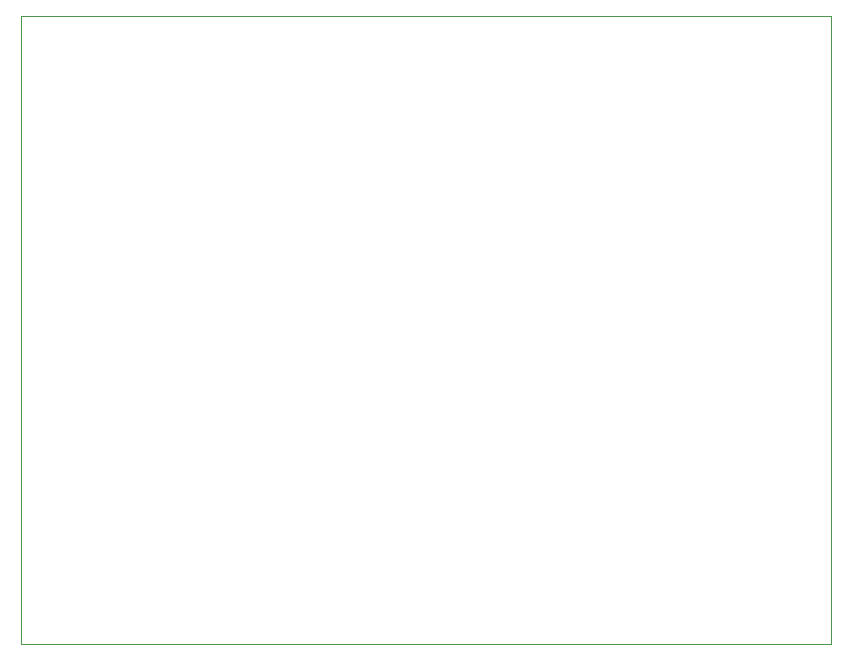
<source format=gbr>
%TF.GenerationSoftware,KiCad,Pcbnew,8.0.4*%
%TF.CreationDate,2024-09-29T14:54:36-07:00*%
%TF.ProjectId,PACE_PCB,50414345-5f50-4434-922e-6b696361645f,rev?*%
%TF.SameCoordinates,Original*%
%TF.FileFunction,Profile,NP*%
%FSLAX46Y46*%
G04 Gerber Fmt 4.6, Leading zero omitted, Abs format (unit mm)*
G04 Created by KiCad (PCBNEW 8.0.4) date 2024-09-29 14:54:36*
%MOMM*%
%LPD*%
G01*
G04 APERTURE LIST*
%TA.AperFunction,Profile*%
%ADD10C,0.050000*%
%TD*%
G04 APERTURE END LIST*
D10*
X100000000Y-46800000D02*
X168580000Y-46800000D01*
X168580000Y-100000000D01*
X100000000Y-100000000D01*
X100000000Y-46800000D01*
M02*

</source>
